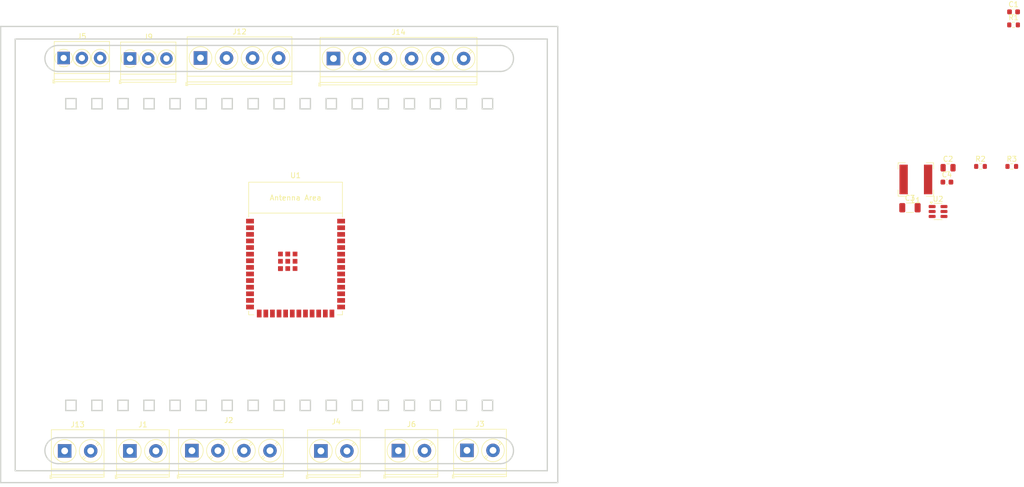
<source format=kicad_pcb>
(kicad_pcb (version 20240108) (generator "pcbnew") (generator_version "8.0")
  (layers (0 "F.Cu" signal) (31 "B.Cu" signal) (34 "B.Paste" user) (35 "F.Paste" user) (36 "B.SilkS" user "B.Silkscreen") (37 "F.SilkS" user "F.Silkscreen") (38 "B.Mask" user) (39 "F.Mask" user) (44 "Edge.Cuts" user))
  (net 0 "")
  (net 1 "GND")
  (net 2 "Net-(U1-EN)")
  (net 9 "/Board_ZorionX/NPN_in_1")
  (net 10 "/Board_ZorionX/NPN_IN_2")
  (net 11 "/Board_ZorionX/A010_IN1")
  (net 12 "/Board_ZorionX/A032_in1")
  (net 13 "/Board_ZorionX/A420_in1")
  (net 14 "VCC")
  (net 15 "/Board_ZorionX/D_IN1")
  (net 16 "/Board_ZorionX/D_IN_2")
  (net 17 "/Board_ZorionX/RS485-B")
  (net 18 "/Board_ZorionX/RS485-A")
  (net 19 "/Board_ZorionX/RUN{slash}Stop")
  (net 20 "/Board_ZorionX/AOUT_010_1")
  (net 21 "/Board_ZorionX/AOUT_420_1")
  (net 22 "/Board_ZorionX/DOUT_PNP_1")
  (net 23 "/Board_ZorionX/DOUT_NPN_1")
  (net 24 "/Board_ZorionX/DOUT_PNP_2")
  (net 25 "/Board_ZorionX/DOUT_NPN_2")
  (net 26 "/Board_ZorionX/PNP_IN_2")
  (net 27 "/Board_ZorionX/PNP_in_1")
  (net 28 "/Board_ZorionX/RLY1_CD")
  (net 29 "/Board_ZorionX/RLY2_NCD")
  (net 30 "/Board_ZorionX/RLY1_NOD")
  (net 31 "/Board_ZorionX/RLY2_NOD")
  (net 32 "/Board_ZorionX/RLY2_CD")
  (net 33 "/Board_ZorionX/RLY1_NCD")
  (net 36 "+3.3V")
  (net 55 "/Board_ZorionX/Driver_RS485/UART_OUT")
  (net 71 "/Board_ZorionX/Driver_RS485/UART_R_IN")
  (footprint "TerminalBlock_Phoenix:TerminalBlock_Phoenix_PT-1,5-2-5.0-H_1x02_P5.00mm_Horizontal" (layer "F.Cu") (at 117.2512 151.13)
    (property "Reference" "J6" (at 2.5 -5.06 0) (layer "F.SilkS"))
    (property "Value" "Screw_Terminal_01x02")
    (pad "1" thru_hole rect (at 0 0) (size 2.6 2.6) (drill 1.3) (layers "*.Cu" "*.Mask") (net 19 "/Board_ZorionX/RUN{slash}Stop"))
    (pad "2" thru_hole circle (at 5 0) (size 2.6 2.6) (drill 1.3) (layers "*.Cu" "*.Mask") (net 1 "GND"))
  )
  (footprint "TerminalBlock_Phoenix:TerminalBlock_Phoenix_PT-1,5-2-5.0-H_1x02_P5.00mm_Horizontal" (layer "F.Cu") (at 130.4084 151.0792)
    (property "Reference" "J3" (at 2.5 -5.06 0) (layer "F.SilkS"))
    (property "Value" "Screw_Terminal_01x02")
    (pad "1" thru_hole rect (at 0 0) (size 2.6 2.6) (drill 1.3) (layers "*.Cu" "*.Mask") (net 14 "VCC"))
    (pad "2" thru_hole circle (at 5 0) (size 2.6 2.6) (drill 1.3) (layers "*.Cu" "*.Mask") (net 1 "GND"))
  )
  (footprint "TerminalBlock_Phoenix:TerminalBlock_Phoenix_PT-1,5-2-5.0-H_1x02_P5.00mm_Horizontal" (layer "F.Cu") (at 53.1416 151.1808)
    (property "Reference" "J13" (at 2.5 -5.06 0) (layer "F.SilkS"))
    (property "Value" "Screw_Terminal_01x02")
    (pad "1" thru_hole rect (at 0 0) (size 2.6 2.6) (drill 1.3) (layers "*.Cu" "*.Mask") (net 26 "/Board_ZorionX/PNP_IN_2"))
    (pad "2" thru_hole circle (at 5 0) (size 2.6 2.6) (drill 1.3) (layers "*.Cu" "*.Mask") (net 27 "/Board_ZorionX/PNP_in_1"))
  )
  (footprint "Package_TO_SOT_SMD:TSOT-23-6" (layer "F.Cu") (at 220.8894 105.1532)
    (property "Reference" "U2" (at 0 -2.4 0) (layer "F.SilkS"))
    (property "Value" "AP63203WU")
    (pad "1" smd roundrect (at -1.1375 -0.95) (size 1.325 0.6) (layers "F.Cu" "F.Paste" "F.Mask"))
    (pad "2" smd roundrect (at -1.1375 0) (size 1.325 0.6) (layers "F.Cu" "F.Paste" "F.Mask"))
    (pad "3" smd roundrect (at -1.1375 0.95) (size 1.325 0.6) (layers "F.Cu" "F.Paste" "F.Mask"))
    (pad "4" smd roundrect (at 1.1375 0.95) (size 1.325 0.6) (layers "F.Cu" "F.Paste" "F.Mask"))
    (pad "5" smd roundrect (at 1.1375 0) (size 1.325 0.6) (layers "F.Cu" "F.Paste" "F.Mask"))
    (pad "6" smd roundrect (at 1.1375 -0.95) (size 1.325 0.6) (layers "F.Cu" "F.Paste" "F.Mask"))
  )
  (footprint "TerminalBlock_Phoenix:TerminalBlock_Phoenix_PT-1,5-2-5.0-H_1x02_P5.00mm_Horizontal" (layer "F.Cu") (at 102.356 151.1888)
    (property "Reference" "J4" (at 2.9464 -5.6388 0) (layer "F.SilkS"))
    (property "Value" "Screw_Terminal_01x02")
    (pad "1" thru_hole rect (at 0 0) (size 2.6 2.6) (drill 1.3) (layers "*.Cu" "*.Mask") (net 15 "/Board_ZorionX/D_IN1"))
    (pad "2" thru_hole circle (at 5 0) (size 2.6 2.6) (drill 1.3) (layers "*.Cu" "*.Mask") (net 16 "/Board_ZorionX/D_IN_2"))
  )
  (footprint "TerminalBlock_Phoenix:TerminalBlock_Phoenix_PT-1,5-3-3.5-H_1x03_P3.50mm_Horizontal" (layer "F.Cu") (at 52.9488 75.6412)
    (property "Reference" "J5" (at 3.5 -4.16 0) (layer "F.SilkS"))
    (property "Value" "Screw_Terminal_01x03")
    (pad "1" thru_hole rect (at 0 0) (size 2.4 2.4) (drill 1.2) (layers "*.Cu" "*.Mask") (net 17 "/Board_ZorionX/RS485-B"))
    (pad "2" thru_hole circle (at 3.5 0) (size 2.4 2.4) (drill 1.2) (layers "*.Cu" "*.Mask") (net 18 "/Board_ZorionX/RS485-A"))
    (pad "3" thru_hole circle (at 7 0) (size 2.4 2.4) (drill 1.2) (layers "*.Cu" "*.Mask") (net 1 "GND"))
  )
  (footprint "Capacitor_SMD:C_0603_1608Metric" (layer "F.Cu") (at 235.3894 66.7682)
    (property "Reference" "C1" (at 0 -1.43 0) (layer "F.SilkS"))
    (property "Value" "1uf")
    (pad "1" smd roundrect (at -0.775 0) (size 0.9 0.95) (layers "F.Cu" "F.Paste" "F.Mask") (net 2 "Net-(U1-EN)"))
    (pad "2" smd roundrect (at 0.775 0) (size 0.9 0.95) (layers "F.Cu" "F.Paste" "F.Mask") (net 1 "GND"))
  )
  (footprint "Resistor_SMD:R_0603_1608Metric" (layer "F.Cu") (at 235.3894 69.2782)
    (property "Reference" "R1" (at 0 -1.43 0) (layer "F.SilkS"))
    (property "Value" "R_US")
    (pad "1" smd roundrect (at -0.825 0) (size 0.8 0.95) (layers "F.Cu" "F.Paste" "F.Mask") (net 36 "+3.3V"))
    (pad "2" smd roundrect (at 0.825 0) (size 0.8 0.95) (layers "F.Cu" "F.Paste" "F.Mask") (net 2 "Net-(U1-EN)"))
  )
  (footprint "Resistor_SMD:R_0603_1608Metric" (layer "F.Cu") (at 229.0394 96.4882)
    (property "Reference" "R2" (at 0 -1.43 0) (layer "F.SilkS"))
    (property "Value" "R_US")
    (pad "1" smd roundrect (at -0.825 0) (size 0.8 0.95) (layers "F.Cu" "F.Paste" "F.Mask"))
    (pad "2" smd roundrect (at 0.825 0) (size 0.8 0.95) (layers "F.Cu" "F.Paste" "F.Mask"))
  )
  (footprint "Resistor_SMD:R_0603_1608Metric" (layer "F.Cu") (at 235.0494 96.4882)
    (property "Reference" "R3" (at 0 -1.43 0) (layer "F.SilkS"))
    (property "Value" "R_US")
    (pad "1" smd roundrect (at -0.825 0) (size 0.8 0.95) (layers "F.Cu" "F.Paste" "F.Mask"))
    (pad "2" smd roundrect (at 0.825 0) (size 0.8 0.95) (layers "F.Cu" "F.Paste" "F.Mask"))
  )
  (footprint "Capacitor_SMD:C_0603_1608Metric" (layer "F.Cu") (at 222.5894 99.4982)
    (property "Reference" "C4" (at 0 -1.43 0) (layer "F.SilkS"))
    (property "Value" "100nf")
    (pad "1" smd roundrect (at -0.775 0) (size 0.9 0.95) (layers "F.Cu" "F.Paste" "F.Mask"))
    (pad "2" smd roundrect (at 0.775 0) (size 0.9 0.95) (layers "F.Cu" "F.Paste" "F.Mask"))
  )
  (footprint "Inductor_SMD:L_Bourns-SRN6028" (layer "F.Cu") (at 216.6244 98.9932)
    (property "Reference" "L1" (at 0 4 0) (layer "F.SilkS"))
    (property "Value" "L_Iron")
    (pad "1" smd rect (at -2.35 0) (size 1.6 5.7) (layers "F.Cu" "F.Paste" "F.Mask"))
    (pad "2" smd rect (at 2.35 0) (size 1.6 5.7) (layers "F.Cu" "F.Paste" "F.Mask"))
  )
  (footprint "TerminalBlock_Phoenix:TerminalBlock_Phoenix_PT-1,5-3-3.5-H_1x03_P3.50mm_Horizontal" (layer "F.Cu") (at 65.6944 75.7428)
    (property "Reference" "J9" (at 3.5 -4.16 0) (layer "F.SilkS"))
    (property "Value" "Screw_Terminal_01x03")
    (pad "1" thru_hole rect (at 0 0) (size 2.4 2.4) (drill 1.2) (layers "*.Cu" "*.Mask") (net 21 "/Board_ZorionX/AOUT_420_1"))
    (pad "2" thru_hole circle (at 3.5 0) (size 2.4 2.4) (drill 1.2) (layers "*.Cu" "*.Mask") (net 20 "/Board_ZorionX/AOUT_010_1"))
    (pad "3" thru_hole circle (at 7 0) (size 2.4 2.4) (drill 1.2) (layers "*.Cu" "*.Mask") (net 1 "GND"))
  )
  (footprint "TerminalBlock_Phoenix:TerminalBlock_Phoenix_PT-1,5-4-5.0-H_1x04_P5.00mm_Horizontal" (layer "F.Cu") (at 79.2312 75.6412)
    (property "Reference" "J12" (at 7.5 -5.06 0) (layer "F.SilkS"))
    (property "Value" "Screw_Terminal_01x04")
    (pad "1" thru_hole rect (at 0 0) (size 2.6 2.6) (drill 1.3) (layers "*.Cu" "*.Mask") (net 23 "/Board_ZorionX/DOUT_NPN_1"))
    (pad "2" thru_hole circle (at 5 0) (size 2.6 2.6) (drill 1.3) (layers "*.Cu" "*.Mask") (net 25 "/Board_ZorionX/DOUT_NPN_2"))
    (pad "3" thru_hole circle (at 10 0) (size 2.6 2.6) (drill 1.3) (layers "*.Cu" "*.Mask") (net 22 "/Board_ZorionX/DOUT_PNP_1"))
    (pad "4" thru_hole circle (at 15 0) (size 2.6 2.6) (drill 1.3) (layers "*.Cu" "*.Mask") (net 24 "/Board_ZorionX/DOUT_PNP_2"))
  )
  (footprint "TerminalBlock_Phoenix:TerminalBlock_Phoenix_PT-1,5-4-5.0-H_1x04_P5.00mm_Horizontal" (layer "F.Cu") (at 77.5764 151.13)
    (property "Reference" "J2" (at 7.0752 -5.842 0) (layer "F.SilkS"))
    (property "Value" "Screw_Terminal_01x04")
    (pad "1" thru_hole rect (at 0 0) (size 2.6 2.6) (drill 1.3) (layers "*.Cu" "*.Mask") (net 11 "/Board_ZorionX/A010_IN1"))
    (pad "2" thru_hole circle (at 5 0) (size 2.6 2.6) (drill 1.3) (layers "*.Cu" "*.Mask") (net 13 "/Board_ZorionX/A420_in1"))
    (pad "3" thru_hole circle (at 10 0) (size 2.6 2.6) (drill 1.3) (layers "*.Cu" "*.Mask") (net 12 "/Board_ZorionX/A032_in1"))
    (pad "4" thru_hole circle (at 15 0) (size 2.6 2.6) (drill 1.3) (layers "*.Cu" "*.Mask") (net 1 "GND"))
  )
  (footprint "TerminalBlock_Phoenix:TerminalBlock_Phoenix_PT-1,5-2-5.0-H_1x02_P5.00mm_Horizontal" (layer "F.Cu") (at 65.6676 151.1808)
    (property "Reference" "J1" (at 2.5 -5.06 0) (layer "F.SilkS"))
    (property "Value" "Screw_Terminal_01x02")
    (pad "1" thru_hole rect (at 0 0) (size 2.6 2.6) (drill 1.3) (layers "*.Cu" "*.Mask") (net 10 "/Board_ZorionX/NPN_IN_2"))
    (pad "2" thru_hole circle (at 5 0) (size 2.6 2.6) (drill 1.3) (layers "*.Cu" "*.Mask") (net 9 "/Board_ZorionX/NPN_in_1"))
  )
  (footprint "Capacitor_SMD:C_0805_2012Metric" (layer "F.Cu") (at 222.8094 96.7382)
    (property "Reference" "C2" (at 0 -1.68 0) (layer "F.SilkS"))
    (property "Value" "22uf")
    (pad "1" smd roundrect (at -0.95 0) (size 1 1.45) (layers "F.Cu" "F.Paste" "F.Mask"))
    (pad "2" smd roundrect (at 0.95 0) (size 1 1.45) (layers "F.Cu" "F.Paste" "F.Mask"))
  )
  (footprint "PCM_Espressif:ESP32-S3-WROOM-1" (layer "F.Cu") (at 97.49 115.2652)
    (property "Reference" "U1" (at 0 -17.05 0) (layer "F.SilkS"))
    (property "Value" "ESP32-S3-WROOM-1")
    (fp_text user "Antenna Area" (at 0 -12.75 0) (layer "F.SilkS"))
    (pad "1" smd rect (at -8.75 -8.26) (size 1.5 0.9) (layers "F.Cu" "F.Paste" "F.Mask") (net 1 "GND"))
    (pad "2" smd rect (at -8.75 -6.99) (size 1.5 0.9) (layers "F.Cu" "F.Paste" "F.Mask") (net 36 "+3.3V"))
    (pad "3" smd rect (at -8.75 -5.72) (size 1.5 0.9) (layers "F.Cu" "F.Paste" "F.Mask") (net 2 "Net-(U1-EN)"))
    (pad "4" smd rect (at -8.75 -4.45) (size 1.5 0.9) (layers "F.Cu" "F.Paste" "F.Mask"))
    (pad "5" smd rect (at -8.75 -3.18) (size 1.5 0.9) (layers "F.Cu" "F.Paste" "F.Mask"))
    (pad "6" smd rect (at -8.75 -1.91) (size 1.5 0.9) (layers "F.Cu" "F.Paste" "F.Mask"))
    (pad "7" smd rect (at -8.75 -0.64) (size 1.5 0.9) (layers "F.Cu" "F.Paste" "F.Mask"))
    (pad "8" smd rect (at -8.75 0.63) (size 1.5 0.9) (layers "F.Cu" "F.Paste" "F.Mask"))
    (pad "9" smd rect (at -8.75 1.9) (size 1.5 0.9) (layers "F.Cu" "F.Paste" "F.Mask"))
    (pad "10" smd rect (at -8.75 3.17) (size 1.5 0.9) (layers "F.Cu" "F.Paste" "F.Mask"))
    (pad "11" smd rect (at -8.75 4.44) (size 1.5 0.9) (layers "F.Cu" "F.Paste" "F.Mask"))
    (pad "12" smd rect (at -8.75 5.71) (size 1.5 0.9) (layers "F.Cu" "F.Paste" "F.Mask"))
    (pad "13" smd rect (at -8.75 6.98) (size 1.5 0.9) (layers "F.Cu" "F.Paste" "F.Mask"))
    (pad "14" smd rect (at -8.75 8.25) (size 1.5 0.9) (layers "F.Cu" "F.Paste" "F.Mask"))
    (pad "15" smd rect (at -6.985 9.5 90) (size 1.5 0.9) (layers "F.Cu" "F.Paste" "F.Mask"))
    (pad "16" smd rect (at -5.715 9.5 90) (size 1.5 0.9) (layers "F.Cu" "F.Paste" "F.Mask"))
    (pad "17" smd rect (at -4.445 9.5 90) (size 1.5 0.9) (layers "F.Cu" "F.Paste" "F.Mask"))
    (pad "18" smd rect (at -3.175 9.5 90) (size 1.5 0.9) (layers "F.Cu" "F.Paste" "F.Mask"))
    (pad "19" smd rect (at -1.905 9.5 90) (size 1.5 0.9) (layers "F.Cu" "F.Paste" "F.Mask"))
    (pad "20" smd rect (at -0.635 9.5 90) (size 1.5 0.9) (layers "F.Cu" "F.Paste" "F.Mask"))
    (pad "21" smd rect (at 0.635 9.5 90) (size 1.5 0.9) (layers "F.Cu" "F.Paste" "F.Mask"))
    (pad "22" smd rect (at 1.905 9.5 90) (size 1.5 0.9) (layers "F.Cu" "F.Paste" "F.Mask"))
    (pad "23" smd rect (at 3.175 9.5 90) (size 1.5 0.9) (layers "F.Cu" "F.Paste" "F.Mask"))
    (pad "24" smd rect (at 4.445 9.5 90) (size 1.5 0.9) (layers "F.Cu" "F.Paste" "F.Mask"))
    (pad "25" smd rect (at 5.715 9.5 90) (size 1.5 0.9) (layers "F.Cu" "F.Paste" "F.Mask"))
    (pad "26" smd rect (at 6.985 9.5 90) (size 1.5 0.9) (layers "F.Cu" "F.Paste" "F.Mask"))
    (pad "27" smd rect (at 8.75 8.25 180) (size 1.5 0.9) (layers "F.Cu" "F.Paste" "F.Mask"))
    (pad "28" smd rect (at 8.75 6.98 180) (size 1.5 0.9) (layers "F.Cu" "F.Paste" "F.Mask"))
    (pad "29" smd rect (at 8.75 5.71 180) (size 1.5 0.9) (layers "F.Cu" "F.Paste" "F.Mask"))
    (pad "30" smd rect (at 8.75 4.44 180) (size 1.5 0.9) (layers "F.Cu" "F.Paste" "F.Mask"))
    (pad "31" smd rect (at 8.75 3.17 180) (size 1.5 0.9) (layers "F.Cu" "F.Paste" "F.Mask"))
    (pad "32" smd rect (at 8.75 1.9 180) (size 1.5 0.9) (layers "F.Cu" "F.Paste" "F.Mask"))
    (pad "33" smd rect (at 8.75 0.63 180) (size 1.5 0.9) (layers "F.Cu" "F.Paste" "F.Mask"))
    (pad "34" smd rect (at 8.75 -0.64 180) (size 1.5 0.9) (layers "F.Cu" "F.Paste" "F.Mask"))
    (pad "35" smd rect (at 8.75 -1.91 180) (size 1.5 0.9) (layers "F.Cu" "F.Paste" "F.Mask"))
    (pad "36" smd rect (at 8.75 -3.18 180) (size 1.5 0.9) (layers "F.Cu" "F.Paste" "F.Mask") (net 55 "/Board_ZorionX/Driver_RS485/UART_OUT"))
    (pad "37" smd rect (at 8.75 -4.45 180) (size 1.5 0.9) (layers "F.Cu" "F.Paste" "F.Mask") (net 71 "/Board_ZorionX/Driver_RS485/UART_R_IN"))
    (pad "38" smd rect (at 8.75 -5.72 180) (size 1.5 0.9) (layers "F.Cu" "F.Paste" "F.Mask"))
    (pad "39" smd rect (at 8.75 -6.99 180) (size 1.5 0.9) (layers "F.Cu" "F.Paste" "F.Mask"))
    (pad "40" smd rect (at 8.75 -8.26 180) (size 1.5 0.9) (layers "F.Cu" "F.Paste" "F.Mask") (net 1 "GND"))
    (pad "41" smd rect (at -2.9 -1.94 180) (size 0.9 0.9) (layers "F.Cu" "F.Paste" "F.Mask") (net 1 "GND"))
    (pad "41" smd rect (at -2.9 -0.54 180) (size 0.9 0.9) (layers "F.Cu" "F.Paste" "F.Mask") (net 1 "GND"))
    (pad "41" smd rect (at -2.9 0.86 180) (size 0.9 0.9) (layers "F.Cu" "F.Paste" "F.Mask") (net 1 "GND"))
    (pad "41" smd rect (at -2.9 0.86 180) (size 0.9 0.9) (layers "F.Cu" "F.Paste" "F.Mask") (net 1 "GND"))
    (pad "41" smd rect (at -1.5 -1.94 180) (size 0.9 0.9) (layers "F.Cu" "F.Paste" "F.Mask") (net 1 "GND"))
    (pad "41" smd rect (at -1.5 -1.94 180) (size 0.9 0.9) (layers "F.Cu" "F.Paste" "F.Mask") (net 1 "GND"))
    (pad "41" smd rect (at -1.5 -0.54 180) (size 0.9 0.9) (layers "F.Cu" "F.Paste" "F.Mask") (net 1 "GND"))
    (pad "41" smd rect (at -1.5 0.86 180) (size 0.9 0.9) (layers "F.Cu" "F.Paste" "F.Mask") (net 1 "GND"))
    (pad "41" smd rect (at -0.1 -1.94 180) (size 0.9 0.9) (layers "F.Cu" "F.Paste" "F.Mask") (net 1 "GND"))
    (pad "41" smd rect (at -0.1 -0.54 180) (size 0.9 0.9) (layers "F.Cu" "F.Paste" "F.Mask") (net 1 "GND"))
    (pad "41" smd rect (at -0.1 0.86 180) (size 0.9 0.9) (layers "F.Cu" "F.Paste" "F.Mask") (net 1 "GND"))
  )
  (footprint "Capacitor_SMD:C_1206_3216Metric" (layer "F.Cu") (at 215.4894 104.4282)
    (property "Reference" "C3" (at 0 -1.85 0) (layer "F.SilkS"))
    (property "Value" "10mf")
    (pad "1" smd roundrect (at -1.475 0) (size 1.15 1.8) (layers "F.Cu" "F.Paste" "F.Mask") (roundrect_rratio 0.217391))
    (pad "2" smd roundrect (at 1.475 0) (size 1.15 1.8) (layers "F.Cu" "F.Paste" "F.Mask") (roundrect_rratio 0.217391))
  )
  (footprint "TerminalBlock_Phoenix:TerminalBlock_Phoenix_PT-1,5-6-5.0-H_1x06_P5.00mm_Horizontal" (layer "F.Cu") (at 104.7696 75.7428)
    (property "Reference" "J14" (at 12.5 -5.06 0) (layer "F.SilkS"))
    (property "Value" "Screw_Terminal_01x06")
    (pad "1" thru_hole rect (at 0 0) (size 2.6 2.6) (drill 1.3) (layers "*.Cu" "*.Mask") (net 33 "/Board_ZorionX/RLY1_NCD"))
    (pad "2" thru_hole circle (at 5 0) (size 2.6 2.6) (drill 1.3) (layers "*.Cu" "*.Mask") (net 28 "/Board_ZorionX/RLY1_CD"))
    (pad "3" thru_hole circle (at 10 0) (size 2.6 2.6) (drill 1.3) (layers "*.Cu" "*.Mask") (net 30 "/Board_ZorionX/RLY1_NOD"))
    (pad "4" thru_hole circle (at 15 0) (size 2.6 2.6) (drill 1.3) (layers "*.Cu" "*.Mask") (net 29 "/Board_ZorionX/RLY2_NCD"))
    (pad "5" thru_hole circle (at 20 0) (size 2.6 2.6) (drill 1.3) (layers "*.Cu" "*.Mask") (net 32 "/Board_ZorionX/RLY2_CD"))
    (pad "6" thru_hole circle (at 25 0) (size 2.6 2.6) (drill 1.3) (layers "*.Cu" "*.Mask") (net 31 "/Board_ZorionX/RLY2_NOD"))
  )
  (gr_line (start 103.348 85.4268) (end 105.348 85.4268) (stroke (width 0.25)) (layer "Edge.Cuts"))
  (gr_line (start 95.348 83.4268) (end 93.348 83.4268) (stroke (width 0.25)) (layer "Edge.Cuts"))
  (gr_line (start 70.348 85.4268) (end 70.348 83.4268) (stroke (width 0.25)) (layer "Edge.Cuts"))
  (gr_line (start 73.348 83.4268) (end 73.348 85.4268) (stroke (width 0.25)) (layer "Edge.Cuts"))
  (gr_line (start 73.348 85.4268) (end 75.348 85.4268) (stroke (width 0.25)) (layer "Edge.Cuts"))
  (gr_line (start 70.348 141.4268) (end 68.348 141.4268) (stroke (width 0.25)) (layer "Edge.Cuts"))
  (gr_line (start 110.348 83.4268) (end 108.348 83.4268) (stroke (width 0.25)) (layer "Edge.Cuts"))
  (gr_line (start 120.348 85.4268) (end 120.348 83.4268) (stroke (width 0.25)) (layer "Edge.Cuts"))
  (gr_line (start 103.348 141.4268) (end 103.348 143.4268) (stroke (width 0.25)) (layer "Edge.Cuts"))
  (gr_line (start 115.348 143.4268) (end 115.348 141.4268) (stroke (width 0.25)) (layer "Edge.Cuts"))
  (gr_line (start 120.348 83.4268) (end 118.348 83.4268) (stroke (width 0.25)) (layer "Edge.Cuts"))
  (gr_line (start 120.348 143.4268) (end 120.348 141.4268) (stroke (width 0.25)) (layer "Edge.Cuts"))
  (gr_line (start 110.348 143.4268) (end 110.348 141.4268) (stroke (width 0.25)) (layer "Edge.Cuts"))
  (gr_line (start 113.348 143.4268) (end 115.348 143.4268) (stroke (width 0.25)) (layer "Edge.Cuts"))
  (gr_line (start 135.348 83.4268) (end 133.348 83.4268) (stroke (width 0.25)) (layer "Edge.Cuts"))
  (gr_line (start 75.348 143.4268) (end 75.348 141.4268) (stroke (width 0.25)) (layer "Edge.Cuts"))
  (gr_line (start 133.348 83.4268) (end 133.348 85.4268) (stroke (width 0.25)) (layer "Edge.Cuts"))
  (gr_line (start 90.348 85.4268) (end 90.348 83.4268) (stroke (width 0.25)) (layer "Edge.Cuts"))
  (gr_line (start 70.348 143.4268) (end 70.348 141.4268) (stroke (width 0.25)) (layer "Edge.Cuts"))
  (gr_line (start 93.348 83.4268) (end 93.348 85.4268) (stroke (width 0.25)) (layer "Edge.Cuts"))
  (gr_line (start 70.348 83.4268) (end 68.348 83.4268) (stroke (width 0.25)) (layer "Edge.Cuts"))
  (gr_line (start 51.848 153.6268) (end 136.848 153.6268) (stroke (width 0.25)) (layer "Edge.Cuts"))
  (gr_line (start 105.348 83.4268) (end 103.348 83.4268) (stroke (width 0.25)) (layer "Edge.Cuts"))
  (gr_line (start 58.348 83.4268) (end 58.348 85.4268) (stroke (width 0.25)) (layer "Edge.Cuts"))
  (gr_line (start 136.848 148.6268) (end 51.848 148.6268) (stroke (width 0.25)) (layer "Edge.Cuts"))
  (gr_arc (start 51.848 78.2268) (mid 49.348 75.7268) (end 51.848 73.2268) (stroke (width 0.25)) (layer "Edge.Cuts"))
  (gr_line (start 100.348 85.4268) (end 100.348 83.4268) (stroke (width 0.25)) (layer "Edge.Cuts"))
  (gr_line (start 128.348 143.4268) (end 130.348 143.4268) (stroke (width 0.25)) (layer "Edge.Cuts"))
  (gr_line (start 108.348 141.4268) (end 108.348 143.4268) (stroke (width 0.25)) (layer "Edge.Cuts"))
  (gr_line (start 135.348 85.4268) (end 135.348 83.4268) (stroke (width 0.25)) (layer "Edge.Cuts"))
  (gr_line (start 75.348 141.4268) (end 73.348 141.4268) (stroke (width 0.25)) (layer "Edge.Cuts"))
  (gr_line (start 118.348 143.4268) (end 120.348 143.4268) (stroke (width 0.25)) (layer "Edge.Cuts"))
  (gr_line (start 88.348 83.4268) (end 88.348 85.4268) (stroke (width 0.25)) (layer "Edge.Cuts"))
  (gr_line (start 145.842 154.9908) (end 145.842 71.9908) (stroke (width 0.25)) (layer "Edge.Cuts"))
  (gr_line (start 133.348 143.4268) (end 135.348 143.4268) (stroke (width 0.25)) (layer "Edge.Cuts"))
  (gr_line (start 115.348 83.4268) (end 113.348 83.4268) (stroke (width 0.25)) (layer "Edge.Cuts"))
  (gr_line (start 95.348 141.4268) (end 93.348 141.4268) (stroke (width 0.25)) (layer "Edge.Cuts"))
  (gr_line (start 68.348 85.4268) (end 70.348 85.4268) (stroke (width 0.25)) (layer "Edge.Cuts"))
  (gr_line (start 108.348 143.4268) (end 110.348 143.4268) (stroke (width 0.25)) (layer "Edge.Cuts"))
  (gr_line (start 80.348 141.4268) (end 78.348 141.4268) (stroke (width 0.25)) (layer "Edge.Cuts"))
  (gr_arc (start 136.848 73.2268) (mid 139.348 75.7268) (end 136.848 78.2268) (stroke (width 0.25)) (layer "Edge.Cuts"))
  (gr_line (start 133.348 141.4268) (end 133.348 143.4268) (stroke (width 0.25)) (layer "Edge.Cuts"))
  (gr_line (start 85.348 85.4268) (end 85.348 83.4268) (stroke (width 0.25)) (layer "Edge.Cuts"))
  (gr_line (start 60.348 83.4268) (end 58.348 83.4268) (stroke (width 0.25)) (layer "Edge.Cuts"))
  (gr_line (start 115.348 141.4268) (end 113.348 141.4268) (stroke (width 0.25)) (layer "Edge.Cuts"))
  (gr_line (start 93.348 141.4268) (end 93.348 143.4268) (stroke (width 0.25)) (layer "Edge.Cuts"))
  (gr_line (start 125.348 143.4268) (end 125.348 141.4268) (stroke (width 0.25)) (layer "Edge.Cuts"))
  (gr_line (start 93.348 85.4268) (end 95.348 85.4268) (stroke (width 0.25)) (layer "Edge.Cuts"))
  (gr_line (start 58.348 85.4268) (end 60.348 85.4268) (stroke (width 0.25)) (layer "Edge.Cuts"))
  (gr_line (start 43.642 71.9908) (end 43.642 154.9908) (stroke (width 0.25)) (layer "Edge.Cuts"))
  (gr_line (start 63.348 141.4268) (end 63.348 143.4268) (stroke (width 0.25)) (layer "Edge.Cuts"))
  (gr_line (start 110.348 85.4268) (end 110.348 83.4268) (stroke (width 0.25)) (layer "Edge.Cuts"))
  (gr_line (start 103.348 143.4268) (end 105.348 143.4268) (stroke (width 0.25)) (layer "Edge.Cuts"))
  (gr_line (start 83.348 143.4268) (end 85.348 143.4268) (stroke (width 0.25)) (layer "Edge.Cuts"))
  (gr_line (start 51.848 78.2268) (end 136.848 78.2268) (stroke (width 0.25)) (layer "Edge.Cuts"))
  (gr_line (start 105.348 143.4268) (end 105.348 141.4268) (stroke (width 0.25)) (layer "Edge.Cuts"))
  (gr_line (start 105.348 141.4268) (end 103.348 141.4268) (stroke (width 0.25)) (layer "Edge.Cuts"))
  (gr_line (start 58.348 143.4268) (end 60.348 143.4268) (stroke (width 0.25)) (layer "Edge.Cuts"))
  (gr_line (start 103.348 83.4268) (end 103.348 85.4268) (stroke (width 0.25)) (layer "Edge.Cuts"))
  (gr_line (start 100.348 141.4268) (end 98.348 141.4268) (stroke (width 0.25)) (layer "Edge.Cuts"))
  (gr_line (start 98.348 85.4268) (end 100.348 85.4268) (stroke (width 0.25)) (layer "Edge.Cuts"))
  (gr_line (start 63.348 83.4268) (end 63.348 85.4268) (stroke (width 0.25)) (layer "Edge.Cuts"))
  (gr_line (start 135.348 141.4268) (end 133.348 141.4268) (stroke (width 0.25)) (layer "Edge.Cuts"))
  (gr_line (start 95.348 143.4268) (end 95.348 141.4268) (stroke (width 0.25)) (layer "Edge.Cuts"))
  (gr_line (start 125.348 141.4268) (end 123.348 141.4268) (stroke (width 0.25)) (layer "Edge.Cuts"))
  (gr_line (start 73.348 143.4268) (end 75.348 143.4268) (stroke (width 0.25)) (layer "Edge.Cuts"))
  (gr_line (start 136.848 73.2268) (end 51.848 73.2268) (stroke (width 0.25)) (layer "Edge.Cuts"))
  (gr_line (start 55.348 141.4268) (end 53.348 141.4268) (stroke (width 0.25)) (layer "Edge.Cuts"))
  (gr_line (start 93.348 143.4268) (end 95.348 143.4268) (stroke (width 0.25)) (layer "Edge.Cuts"))
  (gr_line (start 85.348 143.4268) (end 85.348 141.4268) (stroke (width 0.25)) (layer "Edge.Cuts"))
  (gr_line (start 68.348 141.4268) (end 68.348 143.4268) (stroke (width 0.25)) (layer "Edge.Cuts"))
  (gr_line (start 63.348 143.4268) (end 65.348 143.4268) (stroke (width 0.25)) (layer "Edge.Cuts"))
  (gr_line (start 125.348 83.4268) (end 123.348 83.4268) (stroke (width 0.25)) (layer "Edge.Cuts"))
  (gr_line (start 113.348 141.4268) (end 113.348 143.4268) (stroke (width 0.25)) (layer "Edge.Cuts"))
  (gr_line (start 65.348 85.4268) (end 65.348 83.4268) (stroke (width 0.25)) (layer "Edge.Cuts"))
  (gr_line (start 65.348 83.4268) (end 63.348 83.4268) (stroke (width 0.25)) (layer "Edge.Cuts"))
  (gr_line (start 60.348 141.4268) (end 58.348 141.4268) (stroke (width 0.25)) (layer "Edge.Cuts"))
  (gr_line (start 78.348 141.4268) (end 78.348 143.4268) (stroke (width 0.25)) (layer "Edge.Cuts"))
  (gr_line (start 55.348 83.4268) (end 53.348 83.4268) (stroke (width 0.25)) (layer "Edge.Cuts"))
  (gr_line (start 98.348 143.4268) (end 100.348 143.4268) (stroke (width 0.25)) (layer "Edge.Cuts"))
  (gr_line (start 63.348 85.4268) (end 65.348 85.4268) (stroke (width 0.25)) (layer "Edge.Cuts"))
  (gr_line (start 40.848 69.5768) (end 40.848 157.2768) (stroke (width 0.25)) (layer "Edge.Cuts"))
  (gr_line (start 68.348 143.4268) (end 70.348 143.4268) (stroke (width 0.25)) (layer "Edge.Cuts"))
  (gr_line (start 108.348 85.4268) (end 110.348 85.4268) (stroke (width 0.25)) (layer "Edge.Cuts"))
  (gr_line (start 60.348 85.4268) (end 60.348 83.4268) (stroke (width 0.25)) (layer "Edge.Cuts"))
  (gr_line (start 90.348 143.4268) (end 90.348 141.4268) (stroke (width 0.25)) (layer "Edge.Cuts"))
  (gr_line (start 88.348 141.4268) (end 88.348 143.4268) (stroke (width 0.25)) (layer "Edge.Cuts"))
  (gr_line (start 58.348 141.4268) (end 58.348 143.4268) (stroke (width 0.25)) (layer "Edge.Cuts"))
  (gr_line (start 118.348 83.4268) (end 118.348 85.4268) (stroke (width 0.25)) (layer "Edge.Cuts"))
  (gr_line (start 55.348 85.4268) (end 55.348 83.4268) (stroke (width 0.25)) (layer "Edge.Cuts"))
  (gr_line (start 75.348 85.4268) (end 75.348 83.4268) (stroke (width 0.25)) (layer "Edge.Cuts"))
  (gr_line (start 123.348 141.4268) (end 123.348 143.4268) (stroke (width 0.25)) (layer "Edge.Cuts"))
  (gr_line (start 113.348 85.4268) (end 115.348 85.4268) (stroke (width 0.25)) (layer "Edge.Cuts"))
  (gr_line (start 113.348 83.4268) (end 113.348 85.4268) (stroke (width 0.25)) (layer "Edge.Cuts"))
  (gr_line (start 147.848 69.5768) (end 40.848 69.5768) (stroke (width 0.25)) (layer "Edge.Cuts"))
  (gr_line (start 147.848 157.2768) (end 147.848 69.5768) (stroke (width 0.25)) (layer "Edge.Cuts"))
  (gr_line (start 123.348 143.4268) (end 125.348 143.4268) (stroke (width 0.25)) (layer "Edge.Cuts"))
  (gr_line (start 130.348 141.4268) (end 128.348 141.4268) (stroke (width 0.25)) (layer "Edge.Cuts"))
  (gr_line (start 53.348 141.4268) (end 53.348 143.4268) (stroke (width 0.25)) (layer "Edge.Cuts"))
  (gr_line (start 90.348 141.4268) (end 88.348 141.4268) (stroke (width 0.25)) (layer "Edge.Cuts"))
  (gr_line (start 100.348 143.4268) (end 100.348 141.4268) (stroke (width 0.25)) (layer "Edge.Cuts"))
  (gr_line (start 135.348 143.4268) (end 135.348 141.4268) (stroke (width 0.25)) (layer "Edge.Cuts"))
  (gr_line (start 68.348 83.4268) (end 68.348 85.4268) (stroke (width 0.25)) (layer "Edge.Cuts"))
  (gr_line (start 60.348 143.4268) (end 60.348 141.4268) (stroke (width 0.25)) (layer "Edge.Cuts"))
  (gr_line (start 80.348 143.4268) (end 80.348 141.4268) (stroke (width 0.25)) (layer "Edge.Cuts"))
  (gr_line (start 98.348 141.4268) (end 98.348 143.4268) (stroke (width 0.25)) (layer "Edge.Cuts"))
  (gr_line (start 100.348 83.4268) (end 98.348 83.4268) (stroke (width 0.25)) (layer "Edge.Cuts"))
  (gr_line (start 80.348 83.4268) (end 78.348 83.4268) (stroke (width 0.25)) (layer "Edge.Cuts"))
  (gr_line (start 53.348 85.4268) (end 55.348 85.4268) (stroke (width 0.25)) (layer "Edge.Cuts"))
  (gr_line (start 123.348 83.4268) (end 123.348 85.4268) (stroke (width 0.25)) (layer "Edge.Cuts"))
  (gr_line (start 120.348 141.4268) (end 118.348 141.4268) (stroke (width 0.25)) (layer "Edge.Cuts"))
  (gr_line (start 118.348 85.4268) (end 120.348 85.4268) (stroke (width 0.25)) (layer "Edge.Cuts"))
  (gr_line (start 65.348 141.4268) (end 63.348 141.4268) (stroke (width 0.25)) (layer "Edge.Cuts"))
  (gr_line (start 43.642 154.9908) (end 145.842 154.9908) (stroke (width 0.25)) (layer "Edge.Cuts"))
  (gr_arc (start 51.848 153.6268) (mid 49.348 151.1268) (end 51.848 148.6268) (stroke (width 0.25)) (layer "Edge.Cuts"))
  (gr_line (start 125.348 85.4268) (end 125.348 83.4268) (stroke (width 0.25)) (layer "Edge.Cuts"))
  (gr_line (start 98.348 83.4268) (end 98.348 85.4268) (stroke (width 0.25)) (layer "Edge.Cuts"))
  (gr_line (start 65.348 143.4268) (end 65.348 141.4268) (stroke (width 0.25)) (layer "Edge.Cuts"))
  (gr_line (start 88.348 143.4268) (end 90.348 143.4268) (stroke (width 0.25)) (layer "Edge.Cuts"))
  (gr_line (start 78.348 85.4268) (end 80.348 85.4268) (stroke (width 0.25)) (layer "Edge.Cuts"))
  (gr_line (start 123.348 85.4268) (end 125.348 85.4268) (stroke (width 0.25)) (layer "Edge.Cuts"))
  (gr_line (start 110.348 141.4268) (end 108.348 141.4268) (stroke (width 0.25)) (layer "Edge.Cuts"))
  (gr_line (start 85.348 141.4268) (end 83.348 141.4268) (stroke (width 0.25)) (layer "Edge.Cuts"))
  (gr_line (start 145.842 71.9908) (end 43.642 71.9908) (stroke (width 0.25)) (layer "Edge.Cuts"))
  (gr_line (start 80.348 85.4268) (end 80.348 83.4268) (stroke (width 0.25)) (layer "Edge.Cuts"))
  (gr_line (start 53.348 143.4268) (end 55.348 143.4268) (stroke (width 0.25)) (layer "Edge.Cuts"))
  (gr_line (start 55.348 143.4268) (end 55.348 141.4268) (stroke (width 0.25)) (layer "Edge.Cuts"))
  (gr_line (start 95.348 85.4268) (end 95.348 83.4268) (stroke (width 0.25)) (layer "Edge.Cuts"))
  (gr_line (start 88.348 85.4268) (end 90.348 85.4268) (stroke (width 0.25)) (layer "Edge.Cuts"))
  (gr_line (start 83.348 141.4268) (end 83.348 143.4268) (stroke (width 0.25)) (layer "Edge.Cuts"))
  (gr_line (start 118.348 141.4268) (end 118.348 143.4268) (stroke (width 0.25)) (layer "Edge.Cuts"))
  (gr_line (start 78.348 83.4268) (end 78.348 85.4268) (stroke (width 0.25)) (layer "Edge.Cuts"))
  (gr_line (start 83.348 83.4268) (end 83.348 85.4268) (stroke (width 0.25)) (layer "Edge.Cuts"))
  (gr_line (start 85.348 83.4268) (end 83.348 83.4268) (stroke (width 0.25)) (layer "Edge.Cuts"))
  (gr_line (start 128.348 83.4268) (end 128.348 85.4268) (stroke (width 0.25)) (layer "Edge.Cuts"))
  (gr_line (start 40.848 157.2768) (end 147.848 157.2768) (stroke (width 0.25)) (layer "Edge.Cuts"))
  (gr_line (start 130.348 143.4268) (end 130.348 141.4268) (stroke (width 0.25)) (layer "Edge.Cuts"))
  (gr_line (start 53.348 83.4268) (end 53.348 85.4268) (stroke (width 0.25)) (layer "Edge.Cuts"))
  (gr_line (start 105.348 85.4268) (end 105.348 83.4268) (stroke (width 0.25)) (layer "Edge.Cuts"))
  (gr_line (start 108.348 83.4268) (end 108.348 85.4268) (stroke (width 0.25)) (layer "Edge.Cuts"))
  (gr_line (start 75.348 83.4268) (end 73.348 83.4268) (stroke (width 0.25)) (layer "Edge.Cuts"))
  (gr_line (start 90.348 83.4268) (end 88.348 83.4268) (stroke (width 0.25)) (layer "Edge.Cuts"))
  (gr_arc (start 136.848 148.6268) (mid 139.348 151.1268) (end 136.848 153.6268) (stroke (width 0.25)) (layer "Edge.Cuts"))
  (gr_line (start 128.348 141.4268) (end 128.348 143.4268) (stroke (width 0.25)) (layer "Edge.Cuts"))
  (gr_line (start 83.348 85.4268) (end 85.348 85.4268) (stroke (width 0.25)) (layer "Edge.Cuts"))
  (gr_line (start 130.348 83.4268) (end 128.348 83.4268) (stroke (width 0.25)) (layer "Edge.Cuts"))
  (gr_line (start 78.348 143.4268) (end 80.348 143.4268) (stroke (width 0.25)) (layer "Edge.Cuts"))
  (gr_line (start 133.348 85.4268) (end 135.348 85.4268) (stroke (width 0.25)) (layer "Edge.Cuts"))
  (gr_line (start 128.348 85.4268) (end 130.348 85.4268) (stroke (width 0.25)) (layer "Edge.Cuts"))
  (gr_line (start 115.348 85.4268) (end 115.348 83.4268) (stroke (width 0.25)) (layer "Edge.Cuts"))
  (gr_line (start 130.348 85.4268) (end 130.348 83.4268) (stroke (width 0.25)) (layer "Edge.Cuts"))
  (gr_line (start 73.348 141.4268) (end 73.348 143.4268) (stroke (width 0.25)) (layer "Edge.Cuts"))
)
</source>
